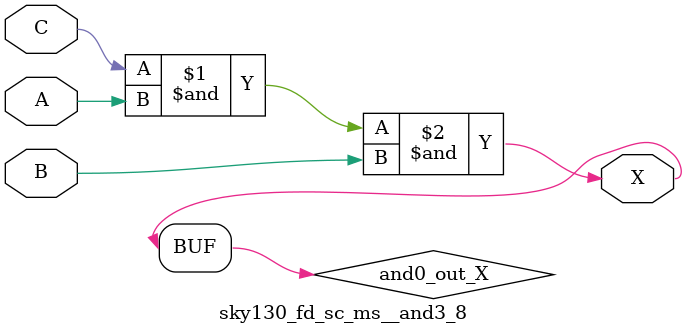
<source format=v>
module sky130_fd_sc_ms__and3_8 (
    X,
    A,
    B,
    C
);
    output X;
    input  A;
    input  B;
    input  C;
    wire and0_out_X;
    and and0 (and0_out_X, C, A, B        );
    buf buf0 (X         , and0_out_X     );
endmodule
</source>
